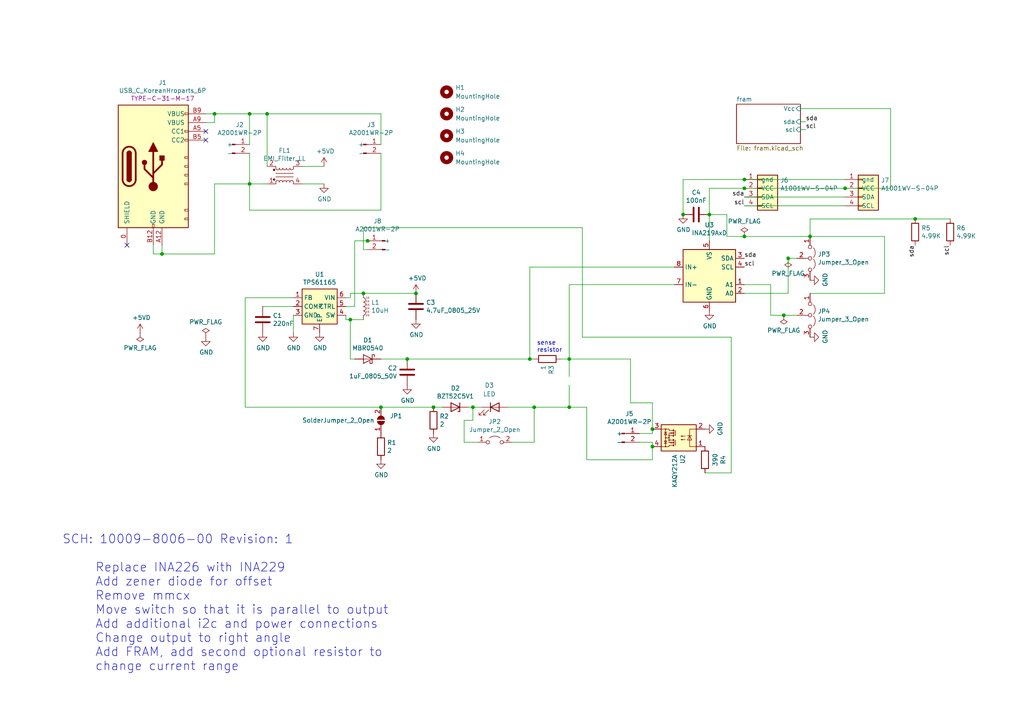
<source format=kicad_sch>
(kicad_sch (version 20230121) (generator eeschema)
  (paper "A4")
  (lib_symbols
    (symbol "0JLC-6:1" (pin_numbers hide) (pin_names (offset 0))
      (property "Reference" "R" (at 2.032 0 90))
      (property "Value" "1" (at 0 0 90))
      (symbol "1_0_1"
        (rectangle (start -1.016 -2.54) (end 1.016 2.54) (stroke (width 0.254)))
      )
      (symbol "1_1_1"
        (pin passive line (at 0 3.81 270) (length 1.27) (name "~") (number "1"))
        (pin passive line (at 0 -3.81 90) (length 1.27) (name "~") (number "2"))
      )
    )
    (symbol "0JLC-6:100nF" (pin_numbers hide) (pin_names (offset 0.254))
      (property "Reference" "C" (at 0.635 2.54 0))
      (property "Value" "100nF" (at 0.635 -2.54 0))
      (symbol "100nF_0_1"
        (polyline (pts (xy -2.032 -0.762) (xy 2.032 -0.762)) (stroke (width 0.508)))
        (polyline (pts (xy -2.032 0.762) (xy 2.032 0.762)) (stroke (width 0.508)))
      )
      (symbol "100nF_1_1"
        (pin passive line (at 0 3.81 270) (length 2.794) (name "~") (number "1"))
        (pin passive line (at 0 -3.81 90) (length 2.794) (name "~") (number "2"))
      )
    )
    (symbol "0JLC-6:10uH_power" (pin_numbers hide) (pin_names (offset 1.016) hide)
      (property "Reference" "L" (at -1.27 0 90))
      (property "Value" "10uH_power" (at 2.794 0 90))
      (symbol "10uH_power_0_1"
        (arc (start 0 -2.54) (mid 0.6323 -1.905) (end 0 -1.27))
        (arc (start 0 -1.27) (mid 0.6323 -0.635) (end 0 0))
        (polyline (pts (xy 1.016 -2.794) (xy 1.016 -2.286)))
        (polyline (pts (xy 1.016 -1.778) (xy 1.016 -1.27)))
        (polyline (pts (xy 1.016 -0.762) (xy 1.016 -0.254)))
        (polyline (pts (xy 1.016 0.254) (xy 1.016 0.762)))
        (polyline (pts (xy 1.016 1.27) (xy 1.016 1.778)))
        (polyline (pts (xy 1.016 2.286) (xy 1.016 2.794)))
        (polyline (pts (xy 1.524 -2.286) (xy 1.524 -2.794)))
        (polyline (pts (xy 1.524 -1.27) (xy 1.524 -1.778)))
        (polyline (pts (xy 1.524 -0.254) (xy 1.524 -0.762)))
        (polyline (pts (xy 1.524 0.762) (xy 1.524 0.254)))
        (polyline (pts (xy 1.524 1.778) (xy 1.524 1.27)))
        (polyline (pts (xy 1.524 2.794) (xy 1.524 2.286)))
        (arc (start 0 0) (mid 0.6323 0.635) (end 0 1.27))
        (arc (start 0 1.27) (mid 0.6323 1.905) (end 0 2.54))
      )
      (symbol "10uH_power_1_1"
        (pin passive line (at 0 3.81 270) (length 1.27) (name "1") (number "1"))
        (pin passive line (at 0 -3.81 90) (length 1.27) (name "2") (number "2"))
      )
    )
    (symbol "0JLC-6:1uF_0805_50V" (pin_numbers hide) (pin_names (offset 0.254))
      (property "Reference" "C" (at 0.635 2.54 0))
      (property "Value" "1uF_0805_50V" (at 0.635 -2.54 0))
      (symbol "1uF_0805_50V_0_1"
        (polyline (pts (xy -2.032 -0.762) (xy 2.032 -0.762)) (stroke (width 0.508)))
        (polyline (pts (xy -2.032 0.762) (xy 2.032 0.762)) (stroke (width 0.508)))
      )
      (symbol "1uF_0805_50V_1_1"
        (pin passive line (at 0 3.81 270) (length 2.794) (name "~") (number "1"))
        (pin passive line (at 0 -3.81 90) (length 2.794) (name "~") (number "2"))
      )
    )
    (symbol "0JLC-6:220nF" (pin_numbers hide) (pin_names (offset 0.254))
      (property "Reference" "C" (at 0.635 2.54 0))
      (property "Value" "220nF" (at 0.635 -2.54 0))
      (symbol "220nF_0_1"
        (polyline (pts (xy -2.032 -0.762) (xy 2.032 -0.762)) (stroke (width 0.508)))
        (polyline (pts (xy -2.032 0.762) (xy 2.032 0.762)) (stroke (width 0.508)))
      )
      (symbol "220nF_1_1"
        (pin passive line (at 0 3.81 270) (length 2.794) (name "~") (number "1"))
        (pin passive line (at 0 -3.81 90) (length 2.794) (name "~") (number "2"))
      )
    )
    (symbol "0JLC-6:390" (pin_numbers hide) (pin_names (offset 0))
      (property "Reference" "R" (at 2.032 0 90))
      (property "Value" "390" (at 0 0 90))
      (symbol "390_0_1"
        (rectangle (start -1.016 -2.54) (end 1.016 2.54) (stroke (width 0.254)))
      )
      (symbol "390_1_1"
        (pin passive line (at 0 3.81 270) (length 1.27) (name "~") (number "1"))
        (pin passive line (at 0 -3.81 90) (length 1.27) (name "~") (number "2"))
      )
    )
    (symbol "0JLC-6:4.7uF_0805_25V" (pin_numbers hide) (pin_names (offset 0.254))
      (property "Reference" "C" (at 0.635 2.54 0))
      (property "Value" "4.7uF_0805_25V" (at 0.635 -2.54 0))
      (symbol "4.7uF_0805_25V_0_1"
        (polyline (pts (xy -2.032 -0.762) (xy 2.032 -0.762)) (stroke (width 0.508)))
        (polyline (pts (xy -2.032 0.762) (xy 2.032 0.762)) (stroke (width 0.508)))
      )
      (symbol "4.7uF_0805_25V_1_1"
        (pin passive line (at 0 3.81 270) (length 2.794) (name "~") (number "1"))
        (pin passive line (at 0 -3.81 90) (length 2.794) (name "~") (number "2"))
      )
    )
    (symbol "0JLC-6:4.99K" (pin_numbers hide) (pin_names (offset 0))
      (property "Reference" "R" (at 2.032 0 90))
      (property "Value" "4.99K" (at 0 0 90))
      (symbol "4.99K_0_1"
        (rectangle (start -1.016 -2.54) (end 1.016 2.54) (stroke (width 0.254)))
      )
      (symbol "4.99K_1_1"
        (pin passive line (at 0 3.81 270) (length 1.27) (name "~") (number "1"))
        (pin passive line (at 0 -3.81 90) (length 1.27) (name "~") (number "2"))
      )
    )
    (symbol "0JLC-6:EMI_Filter_LL_1423_250uH" (pin_names hide)
      (property "Reference" "FL" (at 0 4.445 0))
      (property "Value" "EMI_Filter_LL_1423_250uH" (at 0 -4.445 0))
      (property "LCSC" "C261394" (at 0 0 0))
      (property "Field5" "CYSTF0805TL-251Y" (at 0 0 0))
      (symbol "EMI_Filter_LL_1423_250uH_0_1"
        (circle (center -3.048 -1.27) (radius 0.254) (fill (type outline)))
        (circle (center -3.048 1.524) (radius 0.254) (fill (type outline)))
        (arc (start -2.54 2.032) (mid -2.032 1.5262) (end -1.524 2.032))
        (arc (start -1.524 -2.032) (mid -2.032 -1.5262) (end -2.54 -2.032))
        (arc (start -1.524 2.032) (mid -1.016 1.5262) (end -0.508 2.032))
        (arc (start -0.508 -2.032) (mid -1.016 -1.5262) (end -1.524 -2.032))
        (arc (start -0.508 2.032) (mid 0 1.5262) (end 0.508 2.032))
        (polyline (pts (xy -2.54 -2.032) (xy -2.54 -2.54)))
        (polyline (pts (xy -2.54 0.508) (xy 2.54 0.508)))
        (polyline (pts (xy -2.54 2.032) (xy -2.54 2.54)))
        (polyline (pts (xy 2.54 -2.032) (xy 2.54 -2.54)))
        (polyline (pts (xy 2.54 -0.508) (xy -2.54 -0.508)))
        (polyline (pts (xy 2.54 2.54) (xy 2.54 2.032)))
        (arc (start 0.508 -2.032) (mid 0 -1.5262) (end -0.508 -2.032))
        (arc (start 0.508 2.032) (mid 1.016 1.5262) (end 1.524 2.032))
        (arc (start 1.524 -2.032) (mid 1.016 -1.5262) (end 0.508 -2.032))
        (arc (start 1.524 2.032) (mid 2.032 1.5262) (end 2.54 2.032))
        (arc (start 2.54 -2.032) (mid 2.032 -1.5262) (end 1.524 -2.032))
      )
      (symbol "EMI_Filter_LL_1423_250uH_1_1"
        (pin passive line (at -5.08 -2.54 0) (length 2.54) (name "1") (number "1"))
        (pin passive line (at -5.08 2.54 0) (length 2.54) (name "2") (number "2"))
        (pin passive line (at 5.08 2.54 180) (length 2.54) (name "3") (number "3"))
        (pin passive line (at 5.08 -2.54 180) (length 2.54) (name "4") (number "4"))
      )
    )
    (symbol "0JLC-6:JST-B2B-PH" (pin_names (offset 1.016))
      (property "Reference" "J" (at 0 2.54 0))
      (property "Value" "JST-B2B-PH" (at 0 -5.08 0))
      (symbol "JST-B2B-PH_1_1"
        (polyline (pts (xy 1.27 -2.54) (xy 0.8636 -2.54)) (stroke (width 0.1524)))
        (polyline (pts (xy 1.27 0) (xy 0.8636 0)) (stroke (width 0.1524)))
        (rectangle (start 0.8636 -2.413) (end 0 -2.667) (stroke (width 0.1524)) (fill (type outline)))
        (rectangle (start 0.8636 0.127) (end 0 -0.127) (stroke (width 0.1524)) (fill (type outline)))
        (pin passive line (at 5.08 0 180) (length 3.81) (name "+") (number "1"))
        (pin passive line (at 5.08 -2.54 180) (length 3.81) (name "-") (number "2"))
      )
    )
    (symbol "0JLC-6:JST_SH_Conn_01x04_i2c_horizontal" (pin_names (offset 1.016))
      (property "Reference" "J" (at 0 5.08 0))
      (property "Value" "JST_SH_Conn_01x04_i2c_horizontal" (at 0 -7.62 0))
      (symbol "JST_SH_Conn_01x04_i2c_horizontal_1_1"
        (rectangle (start -1.27 -4.953) (end 0 -5.207) (stroke (width 0.1524)))
        (rectangle (start -1.27 -2.413) (end 0 -2.667) (stroke (width 0.1524)))
        (rectangle (start -1.27 0.127) (end 0 -0.127) (stroke (width 0.1524)))
        (rectangle (start -1.27 2.667) (end 0 2.413) (stroke (width 0.1524)))
        (rectangle (start -1.27 3.81) (end 4.572 -6.35) (stroke (width 0.254)) (fill (type background)))
        (pin passive line (at -5.08 2.54 0) (length 3.81) (name "gnd") (number "1"))
        (pin passive line (at -5.08 0 0) (length 3.81) (name "VCC") (number "2"))
        (pin passive line (at -5.08 -2.54 0) (length 3.81) (name "SDA") (number "3"))
        (pin passive line (at -5.08 -5.08 0) (length 3.81) (name "SCL") (number "4"))
      )
    )
    (symbol "0JLC-6:KAQY212A"
      (property "Reference" "U" (at -5.08 5.08 0))
      (property "Value" "KAQY212A" (at 0 5.08 0))
      (symbol "KAQY212A_0_1"
        (rectangle (start -5.08 3.81) (end 5.08 -3.81) (stroke (width 0.254)) (fill (type background)))
        (polyline (pts (xy -3.81 -0.635) (xy -2.54 -0.635)))
        (polyline (pts (xy 1.016 -0.635) (xy 1.016 -2.159)) (stroke (width 0.2032)))
        (polyline (pts (xy 1.016 2.159) (xy 1.016 0.635)) (stroke (width 0.2032)))
        (polyline (pts (xy 1.524 -0.508) (xy 1.524 -0.762)) (stroke (width 0.3556)))
        (polyline (pts (xy 2.794 0) (xy 3.81 0)))
        (polyline (pts (xy 3.429 -1.651) (xy 4.191 -1.651)))
        (polyline (pts (xy 3.429 1.651) (xy 4.191 1.651)))
        (polyline (pts (xy 3.81 -2.54) (xy 3.81 2.54)))
        (polyline (pts (xy 1.524 -2.032) (xy 1.524 -2.286) (xy 1.524 -2.286)) (stroke (width 0.3556)))
        (polyline (pts (xy 1.524 -1.27) (xy 1.524 -1.524) (xy 1.524 -1.524)) (stroke (width 0.3556)))
        (polyline (pts (xy 1.524 0.762) (xy 1.524 0.508) (xy 1.524 0.508)) (stroke (width 0.3556)))
        (polyline (pts (xy 1.524 1.524) (xy 1.524 1.27) (xy 1.524 1.27)) (stroke (width 0.3556)))
        (polyline (pts (xy 1.524 2.286) (xy 1.524 2.032) (xy 1.524 2.032)) (stroke (width 0.3556)))
        (polyline (pts (xy 1.651 -1.397) (xy 2.794 -1.397) (xy 2.794 -0.635)))
        (polyline (pts (xy 1.651 1.397) (xy 2.794 1.397) (xy 2.794 0.635)))
        (polyline (pts (xy -5.08 2.54) (xy -3.175 2.54) (xy -3.175 -2.54) (xy -5.08 -2.54)))
        (polyline (pts (xy -3.175 -0.635) (xy -3.81 0.635) (xy -2.54 0.635) (xy -3.175 -0.635)))
        (polyline (pts (xy 1.651 -2.159) (xy 2.794 -2.159) (xy 2.794 -2.54) (xy 5.08 -2.54)))
        (polyline (pts (xy 1.651 -0.635) (xy 2.794 -0.635) (xy 2.794 0.635) (xy 1.651 0.635)))
        (polyline (pts (xy 1.651 2.159) (xy 2.794 2.159) (xy 2.794 2.54) (xy 5.08 2.54)))
        (polyline (pts (xy 1.778 -1.397) (xy 2.286 -1.27) (xy 2.286 -1.524) (xy 1.778 -1.397)))
        (polyline (pts (xy 1.778 1.397) (xy 2.286 1.524) (xy 2.286 1.27) (xy 1.778 1.397)))
        (polyline (pts (xy 3.81 -1.651) (xy 3.429 -0.889) (xy 4.191 -0.889) (xy 3.81 -1.651)))
        (polyline (pts (xy 3.81 1.651) (xy 3.429 0.889) (xy 4.191 0.889) (xy 3.81 1.651)))
        (polyline (pts (xy -1.905 -0.508) (xy -0.635 -0.508) (xy -1.016 -0.635) (xy -1.016 -0.381) (xy -0.635 -0.508)))
        (polyline (pts (xy -1.905 0.508) (xy -0.635 0.508) (xy -1.016 0.381) (xy -1.016 0.635) (xy -0.635 0.508)))
        (circle (center 2.794 -0.635) (radius 0.127))
        (circle (center 2.794 0) (radius 0.127))
        (circle (center 2.794 0.635) (radius 0.127))
        (circle (center 3.81 -2.54) (radius 0.127))
        (circle (center 3.81 0) (radius 0.127))
        (circle (center 3.81 2.54) (radius 0.127))
      )
      (symbol "KAQY212A_1_1"
        (pin passive line (at -7.62 2.54 0) (length 2.54) (name "~") (number "1"))
        (pin passive line (at -7.62 -2.54 0) (length 2.54) (name "~") (number "2"))
        (pin passive line (at 7.62 -2.54 180) (length 2.54) (name "~") (number "3"))
        (pin passive line (at 7.62 2.54 180) (length 2.54) (name "~") (number "4"))
      )
    )
    (symbol "0JLC-6:MBR0540" (pin_numbers hide) (pin_names (offset 1.016) hide)
      (property "Reference" "D" (at 0 2.54 0))
      (property "Value" "MBR0540" (at 0 -2.54 0))
      (symbol "MBR0540_0_1"
        (polyline (pts (xy 1.27 0) (xy -1.27 0)))
        (polyline (pts (xy 1.27 1.27) (xy 1.27 -1.27) (xy -1.27 0) (xy 1.27 1.27)) (stroke (width 0.2032)))
        (polyline (pts (xy -1.905 0.635) (xy -1.905 1.27) (xy -1.27 1.27) (xy -1.27 -1.27) (xy -0.635 -1.27) (xy -0.635 -0.635)) (stroke (width 0.2032)))
      )
      (symbol "MBR0540_1_1"
        (pin passive line (at -3.81 0 0) (length 2.54) (name "K") (number "1"))
        (pin passive line (at 3.81 0 180) (length 2.54) (name "A") (number "2"))
      )
    )
    (symbol "0JLC-6:TPS61165_WSON"
      (property "Reference" "U" (at -5.08 6.35 0))
      (property "Value" "TPS61165_WSON" (at 0 6.35 0))
      (symbol "TPS61165_WSON_0_1"
        (rectangle (start -5.08 5.08) (end 5.08 -5.08) (stroke (width 0.254)) (fill (type background)))
      )
      (symbol "TPS61165_WSON_1_1"
        (pin bidirectional line (at -7.62 2.54 0) (length 2.54) (name "FB") (number "1"))
        (pin passive line (at -7.62 0 0) (length 2.54) (name "COMP") (number "2"))
        (pin power_in line (at -7.62 -2.54 0) (length 2.54) (name "GND") (number "3"))
        (pin bidirectional line (at 7.62 -2.54 180) (length 2.54) (name "SW") (number "4"))
        (pin input line (at 7.62 0 180) (length 2.54) (name "CTRL") (number "5"))
        (pin input line (at 7.62 2.54 180) (length 2.54) (name "VIN") (number "6"))
        (pin power_in line (at 0 -7.62 90) (length 2.54) (name "EP") (number "7"))
      )
    )
    (symbol "0JLC-6:USB_C_KoreanHroparts_6P" (pin_names (offset 1.016))
      (property "Reference" "J" (at -10.16 19.05 0))
      (property "Value" "USB_C_KoreanHroparts_6P" (at 19.05 19.05 0))
      (property "MPN" "TYPE-C-31-M-17" (at 0 0 0))
      (symbol "USB_C_KoreanHroparts_6P_0_0"
        (rectangle (start -0.254 -17.78) (end 0.254 -16.764))
        (rectangle (start 10.16 -14.986) (end 9.144 -15.494))
        (rectangle (start 10.16 -12.446) (end 9.144 -12.954))
        (rectangle (start 10.16 -4.826) (end 9.144 -5.334))
        (rectangle (start 10.16 -2.286) (end 9.144 -2.794))
        (rectangle (start 10.16 0.254) (end 9.144 -0.254))
        (rectangle (start 10.16 2.794) (end 9.144 2.286))
        (rectangle (start 10.16 7.874) (end 9.144 7.366))
        (rectangle (start 10.16 10.414) (end 9.144 9.906))
        (rectangle (start 10.16 15.494) (end 9.144 14.986))
      )
      (symbol "USB_C_KoreanHroparts_6P_0_1"
        (rectangle (start -10.16 17.78) (end 10.16 -17.78) (stroke (width 0.254)) (fill (type background)))
        (arc (start -8.89 -3.81) (mid -6.985 -5.7067) (end -5.08 -3.81) (stroke (width 0.508)))
        (arc (start -7.62 -3.81) (mid -6.985 -4.4423) (end -6.35 -3.81) (stroke (width 0.254)))
        (arc (start -7.62 -3.81) (mid -6.985 -4.4423) (end -6.35 -3.81) (stroke (width 0.254)) (fill (type outline)))
        (rectangle (start -7.62 -3.81) (end -6.35 3.81) (stroke (width 0.254)) (fill (type outline)))
        (arc (start -6.35 3.81) (mid -6.985 4.4423) (end -7.62 3.81) (stroke (width 0.254)))
        (arc (start -6.35 3.81) (mid -6.985 4.4423) (end -7.62 3.81) (stroke (width 0.254)) (fill (type outline)))
        (arc (start -5.08 3.81) (mid -6.985 5.7067) (end -8.89 3.81) (stroke (width 0.508)))
        (circle (center -2.54 1.143) (radius 0.635) (stroke (width 0.254)) (fill (type outline)))
        (circle (center 0 -5.842) (radius 1.27) (fill (type outline)))
        (polyline (pts (xy -8.89 -3.81) (xy -8.89 3.81)) (stroke (width 0.508)))
        (polyline (pts (xy -5.08 3.81) (xy -5.08 -3.81)) (stroke (width 0.508)))
        (polyline (pts (xy 0 -5.842) (xy 0 4.318)) (stroke (width 0.508)))
        (polyline (pts (xy 0 -3.302) (xy -2.54 -0.762) (xy -2.54 0.508)) (stroke (width 0.508)))
        (polyline (pts (xy 0 -2.032) (xy 2.54 0.508) (xy 2.54 1.778)) (stroke (width 0.508)))
        (polyline (pts (xy -1.27 4.318) (xy 0 6.858) (xy 1.27 4.318) (xy -1.27 4.318)) (stroke (width 0.254)) (fill (type outline)))
        (rectangle (start 1.905 1.778) (end 3.175 3.048) (stroke (width 0.254)) (fill (type outline)))
      )
      (symbol "USB_C_KoreanHroparts_6P_1_1"
        (pin passive line (at -7.62 -22.86 90) (length 5.08) (name "SHIELD") (number "0"))
        (pin passive line (at 2.54 -22.86 90) (length 5.08) (name "GND") (number "A12"))
        (pin bidirectional line (at 15.24 10.16 180) (length 5.08) (name "CC1") (number "A5"))
        (pin power_out line (at 15.24 12.7 180) (length 5.08) (name "VBUS") (number "A9"))
        (pin passive line (at 0 -22.86 90) (length 5.08) (name "GND") (number "B12"))
        (pin bidirectional line (at 15.24 7.62 180) (length 5.08) (name "CC2") (number "B5"))
        (pin power_out line (at 15.24 15.24 180) (length 5.08) (name "VBUS") (number "B9"))
      )
    )
    (symbol "Analog_ADC:INA219AxD"
      (property "Reference" "U" (at -6.35 8.89 0))
      (property "Value" "INA219AxD" (at 5.08 8.89 0))
      (symbol "INA219AxD_0_1"
        (rectangle (start -7.62 7.62) (end 7.62 -7.62) (stroke (width 0.254)) (fill (type background)))
      )
      (symbol "INA219AxD_1_1"
        (pin input line (at 10.16 -2.54 180) (length 2.54) (name "A1") (number "1"))
        (pin input line (at 10.16 -5.08 180) (length 2.54) (name "A0") (number "2"))
        (pin bidirectional line (at 10.16 5.08 180) (length 2.54) (name "SDA") (number "3"))
        (pin input line (at 10.16 2.54 180) (length 2.54) (name "SCL") (number "4"))
        (pin power_in line (at 0 10.16 270) (length 2.54) (name "VS") (number "5"))
        (pin power_in line (at 0 -10.16 90) (length 2.54) (name "GND") (number "6"))
        (pin input line (at -10.16 -2.54 0) (length 2.54) (name "IN-") (number "7"))
        (pin input line (at -10.16 2.54 0) (length 2.54) (name "IN+") (number "8"))
      )
    )
    (symbol "Device:LED" (pin_numbers hide) (pin_names (offset 1.016) hide)
      (property "Reference" "D" (at 0 2.54 0))
      (property "Value" "LED" (at 0 -2.54 0))
      (symbol "LED_0_1"
        (polyline (pts (xy -1.27 -1.27) (xy -1.27 1.27)) (stroke (width 0.254)))
        (polyline (pts (xy -1.27 0) (xy 1.27 0)))
        (polyline (pts (xy 1.27 -1.27) (xy 1.27 1.27) (xy -1.27 0) (xy 1.27 -1.27)) (stroke (width 0.254)))
        (polyline (pts (xy -3.048 -0.762) (xy -4.572 -2.286) (xy -3.81 -2.286) (xy -4.572 -2.286) (xy -4.572 -1.524)))
        (polyline (pts (xy -1.778 -0.762) (xy -3.302 -2.286) (xy -2.54 -2.286) (xy -3.302 -2.286) (xy -3.302 -1.524)))
      )
      (symbol "LED_1_1"
        (pin passive line (at -3.81 0 0) (length 2.54) (name "K") (number "1"))
        (pin passive line (at 3.81 0 180) (length 2.54) (name "A") (number "2"))
      )
    )
    (symbol "Diode:BZT52Bxx" (pin_numbers hide) (pin_names hide)
      (property "Reference" "D" (at 0 2.54 0))
      (property "Value" "BZT52Bxx" (at 0 -2.54 0))
      (symbol "BZT52Bxx_0_1"
        (polyline (pts (xy 1.27 0) (xy -1.27 0)))
        (polyline (pts (xy -1.27 -1.27) (xy -1.27 1.27) (xy -0.762 1.27)) (stroke (width 0.254)))
        (polyline (pts (xy 1.27 -1.27) (xy 1.27 1.27) (xy -1.27 0) (xy 1.27 -1.27)) (stroke (width 0.254)))
      )
      (symbol "BZT52Bxx_1_1"
        (pin passive line (at -3.81 0 0) (length 2.54) (name "K") (number "1"))
        (pin passive line (at 3.81 0 180) (length 2.54) (name "A") (number "2"))
      )
    )
    (symbol "Jumper:Jumper_2_Open" (pin_names (offset 0) hide)
      (property "Reference" "JP" (at 0 2.794 0))
      (property "Value" "Jumper_2_Open" (at 0 -2.286 0))
      (symbol "Jumper_2_Open_0_0"
        (circle (center -2.032 0) (radius 0.508))
        (circle (center 2.032 0) (radius 0.508))
      )
      (symbol "Jumper_2_Open_0_1"
        (arc (start 1.524 1.27) (mid 0 1.778) (end -1.524 1.27))
      )
      (symbol "Jumper_2_Open_1_1"
        (pin passive line (at -5.08 0 0) (length 2.54) (name "A") (number "1"))
        (pin passive line (at 5.08 0 180) (length 2.54) (name "B") (number "2"))
      )
    )
    (symbol "Jumper:Jumper_3_Open" (pin_names (offset 0) hide)
      (property "Reference" "JP" (at -2.54 -2.54 0))
      (property "Value" "Jumper_3_Open" (at 0 2.794 0))
      (symbol "Jumper_3_Open_0_0"
        (circle (center -3.302 0) (radius 0.508))
        (circle (center 0 0) (radius 0.508))
        (circle (center 3.302 0) (radius 0.508))
      )
      (symbol "Jumper_3_Open_0_1"
        (arc (start -0.254 1.016) (mid -1.651 1.4992) (end -3.048 1.016))
        (polyline (pts (xy 0 -0.508) (xy 0 -1.27)))
        (arc (start 3.048 1.016) (mid 1.651 1.4992) (end 0.254 1.016))
      )
      (symbol "Jumper_3_Open_1_1"
        (pin passive line (at -6.35 0 0) (length 2.54) (name "A") (number "1"))
        (pin passive line (at 0 -3.81 90) (length 2.54) (name "C") (number "2"))
        (pin passive line (at 6.35 0 180) (length 2.54) (name "B") (number "3"))
      )
    )
    (symbol "Jumper:SolderJumper_2_Open" (pin_names (offset 0) hide)
      (property "Reference" "JP" (at 0 2.032 0))
      (property "Value" "SolderJumper_2_Open" (at 0 -2.54 0))
      (symbol "SolderJumper_2_Open_0_1"
        (arc (start -0.254 1.016) (mid -1.2656 0) (end -0.254 -1.016))
        (arc (start -0.254 1.016) (mid -1.2656 0) (end -0.254 -1.016) (fill (type outline)))
        (polyline (pts (xy -0.254 1.016) (xy -0.254 -1.016)))
        (polyline (pts (xy 0.254 1.016) (xy 0.254 -1.016)))
        (arc (start 0.254 -1.016) (mid 1.2656 0) (end 0.254 1.016))
        (arc (start 0.254 -1.016) (mid 1.2656 0) (end 0.254 1.016) (fill (type outline)))
      )
      (symbol "SolderJumper_2_Open_1_1"
        (pin passive line (at -3.81 0 0) (length 2.54) (name "A") (number "1"))
        (pin passive line (at 3.81 0 180) (length 2.54) (name "B") (number "2"))
      )
    )
    (symbol "Mechanical:MountingHole" (pin_names (offset 1.016))
      (property "Reference" "H" (at 0 5.08 0))
      (property "Value" "MountingHole" (at 0 3.175 0))
      (symbol "MountingHole_0_1"
        (circle (center 0 0) (radius 1.27) (stroke (width 1.27)))
      )
    )
    (symbol "power:+5VD" (power) (pin_names (offset 0))
      (property "Value" "+5VD" (at 0 3.556 0))
      (symbol "+5VD_0_1"
        (polyline (pts (xy -0.762 1.27) (xy 0 2.54)))
        (polyline (pts (xy 0 0) (xy 0 2.54)))
        (polyline (pts (xy 0 2.54) (xy 0.762 1.27)))
      )
      (symbol "+5VD_1_1"
        (pin power_in line (at 0 0 90) (length 0) hide (name "+5VD") (number "1"))
      )
    )
    (symbol "power:GND" (power) (pin_names (offset 0))
      (property "Value" "GND" (at 0 -3.81 0))
      (symbol "GND_0_1"
        (polyline (pts (xy 0 0) (xy 0 -1.27) (xy 1.27 -1.27) (xy 0 -2.54) (xy -1.27 -1.27) (xy 0 -1.27)))
      )
      (symbol "GND_1_1"
        (pin power_in line (at 0 0 270) (length 0) hide (name "GND") (number "1"))
      )
    )
    (symbol "power:PWR_FLAG" (power) (pin_numbers hide) (pin_names (offset 0) hide)
      (property "Value" "PWR_FLAG" (at 0 3.81 0))
      (symbol "PWR_FLAG_0_0"
        (pin power_out line (at 0 0 90) (length 0) (name "pwr") (number "1"))
      )
      (symbol "PWR_FLAG_0_1"
        (polyline (pts (xy 0 0) (xy 0 1.27) (xy -1.016 1.905) (xy 0 2.54) (xy 1.016 1.905) (xy 0 1.27)))
      )
    )
  )
  (junction (at 72.39 33.02))
  (junction (at 215.9 68.58))
  (junction (at 165.1 118.11))
  (junction (at 137.16 118.11))
  (junction (at 165.1 104.14))
  (junction (at 234.95 68.58))
  (junction (at 154.94 118.11))
  (junction (at 105.41 85.09))
  (junction (at 72.39 53.34))
  (junction (at 189.23 129.54))
  (junction (at 228.6 74.93))
  (junction (at 215.9 54.61))
  (junction (at 227.33 91.44))
  (junction (at 101.6 92.71))
  (junction (at 77.47 33.02))
  (junction (at 62.23 33.02))
  (junction (at 205.74 62.23))
  (junction (at 120.65 85.09))
  (junction (at 198.12 62.23))
  (junction (at 110.49 118.11))
  (junction (at 189.23 124.46))
  (junction (at 46.99 73.66))
  (junction (at 215.9 52.07))
  (junction (at 118.11 104.14))
  (junction (at 125.73 118.11))
  (junction (at 245.11 54.61))
  (junction (at 153.67 104.14))
  (junction (at 106.6292 69.85))
  (junction (at 265.43 63.5))
  (no_connect (at 59.69 38.1))
  (no_connect (at 36.83 71.12))
  (no_connect (at 59.69 40.64))
  (wire (pts (xy 223.52 91.44) (xy 223.52 82.55)))
  (wire (pts (xy 125.73 118.11) (xy 128.27 118.11)))
  (wire (pts (xy 153.67 77.47) (xy 153.67 104.14)))
  (wire (pts (xy 170.18 118.11) (xy 165.1 118.11)))
  (wire (pts (xy 182.88 116.84) (xy 182.88 104.14)))
  (wire (pts (xy 105.41 72.39) (xy 105.41 66.04)))
  (wire (pts (xy 162.56 104.14) (xy 165.1 104.14)))
  (wire (pts (xy 223.52 82.55) (xy 215.9 82.55)))
  (wire (pts (xy 165.1 111.76) (xy 165.1 118.11)))
  (wire (pts (xy 72.39 33.02) (xy 77.47 33.02)))
  (wire (pts (xy 100.33 91.44) (xy 100.33 92.71)))
  (wire (pts (xy 72.39 60.96) (xy 72.39 53.34)))
  (wire (pts (xy 110.49 44.45) (xy 110.49 60.96)))
  (wire (pts (xy 102.87 69.85) (xy 102.87 88.9)))
  (wire (pts (xy 101.6 86.36) (xy 101.6 85.09)))
  (wire (pts (xy 85.09 86.36) (xy 71.12 86.36)))
  (wire (pts (xy 215.9 54.61) (xy 245.11 54.61)))
  (wire (pts (xy 87.63 48.26) (xy 93.98 48.26)))
  (wire (pts (xy 215.9 59.69) (xy 245.11 59.69)))
  (wire (pts (xy 118.11 104.14) (xy 153.67 104.14)))
  (wire (pts (xy 77.47 33.02) (xy 77.47 48.26)))
  (wire (pts (xy 154.94 128.27) (xy 154.94 118.11)))
  (wire (pts (xy 148.59 128.27) (xy 154.94 128.27)))
  (wire (pts (xy 232.156 31.496) (xy 258.318 31.496)))
  (wire (pts (xy 100.33 86.36) (xy 101.6 86.36)))
  (wire (pts (xy 46.99 73.66) (xy 62.23 73.66)))
  (wire (pts (xy 165.1 109.22) (xy 165.1 104.14)))
  (wire (pts (xy 137.16 121.92) (xy 137.16 118.11)))
  (wire (pts (xy 135.89 118.11) (xy 137.16 118.11)))
  (wire (pts (xy 118.11 104.14) (xy 110.49 104.14)))
  (wire (pts (xy 105.41 72.39) (xy 106.6292 72.39)))
  (wire (pts (xy 62.23 33.02) (xy 72.39 33.02)))
  (wire (pts (xy 105.41 66.04) (xy 168.91 66.04)))
  (wire (pts (xy 168.91 97.79) (xy 168.91 66.04)))
  (wire (pts (xy 110.49 60.96) (xy 72.39 60.96)))
  (wire (pts (xy 110.49 33.02) (xy 77.47 33.02)))
  (wire (pts (xy 215.9 68.58) (xy 210.82 68.58)))
  (wire (pts (xy 62.23 35.56) (xy 62.23 33.02)))
  (wire (pts (xy 212.09 137.16) (xy 212.09 97.79)))
  (wire (pts (xy 198.12 52.07) (xy 215.9 52.07)))
  (wire (pts (xy 185.42 128.27) (xy 189.23 128.27)))
  (wire (pts (xy 215.9 52.07) (xy 245.11 52.07)))
  (wire (pts (xy 232.156 37.592) (xy 233.68 37.592)))
  (wire (pts (xy 228.6 74.93) (xy 231.14 74.93)))
  (wire (pts (xy 215.9 54.61) (xy 205.74 54.61)))
  (wire (pts (xy 153.67 104.14) (xy 154.94 104.14)))
  (wire (pts (xy 189.23 128.27) (xy 189.23 129.54)))
  (wire (pts (xy 102.87 69.85) (xy 106.6292 69.85)))
  (wire (pts (xy 154.94 118.11) (xy 165.1 118.11)))
  (wire (pts (xy 106.6292 69.85) (xy 106.68 69.85)))
  (wire (pts (xy 228.6 85.09) (xy 215.9 85.09)))
  (wire (pts (xy 198.12 52.07) (xy 198.12 62.23)))
  (wire (pts (xy 71.12 118.11) (xy 110.49 118.11)))
  (wire (pts (xy 205.74 54.61) (xy 205.74 62.23)))
  (wire (pts (xy 87.63 53.34) (xy 93.98 53.34)))
  (wire (pts (xy 189.23 129.54) (xy 189.23 133.35)))
  (wire (pts (xy 138.43 128.27) (xy 134.62 128.27)))
  (wire (pts (xy 234.95 68.58) (xy 215.9 68.58)))
  (wire (pts (xy 44.45 73.66) (xy 46.99 73.66)))
  (wire (pts (xy 227.33 91.44) (xy 223.52 91.44)))
  (wire (pts (xy 170.18 133.35) (xy 170.18 118.11)))
  (wire (pts (xy 153.67 77.47) (xy 195.58 77.47)))
  (wire (pts (xy 101.6 92.71) (xy 105.41 92.71)))
  (wire (pts (xy 85.09 91.44) (xy 85.09 96.52)))
  (wire (pts (xy 62.23 53.34) (xy 72.39 53.34)))
  (wire (pts (xy 210.82 62.23) (xy 205.74 62.23)))
  (wire (pts (xy 245.11 54.61) (xy 258.318 54.61)))
  (wire (pts (xy 185.42 125.73) (xy 189.23 125.73)))
  (wire (pts (xy 195.58 82.55) (xy 165.1 82.55)))
  (wire (pts (xy 232.156 35.306) (xy 233.68 35.306)))
  (wire (pts (xy 189.23 133.35) (xy 170.18 133.35)))
  (wire (pts (xy 227.33 91.44) (xy 231.14 91.44)))
  (wire (pts (xy 265.43 63.5) (xy 234.95 63.5)))
  (wire (pts (xy 72.39 41.91) (xy 72.39 33.02)))
  (wire (pts (xy 101.6 104.14) (xy 102.87 104.14)))
  (wire (pts (xy 275.59 63.5) (xy 265.43 63.5)))
  (wire (pts (xy 189.23 125.73) (xy 189.23 124.46)))
  (wire (pts (xy 228.6 74.93) (xy 228.6 85.09)))
  (wire (pts (xy 165.1 104.14) (xy 182.88 104.14)))
  (wire (pts (xy 101.6 92.71) (xy 101.6 104.14)))
  (wire (pts (xy 189.23 116.84) (xy 182.88 116.84)))
  (wire (pts (xy 134.62 128.27) (xy 134.62 121.92)))
  (wire (pts (xy 204.47 137.16) (xy 212.09 137.16)))
  (wire (pts (xy 85.09 88.9) (xy 76.2 88.9)))
  (wire (pts (xy 120.65 85.09) (xy 105.41 85.09)))
  (wire (pts (xy 210.82 68.58) (xy 210.82 62.23)))
  (wire (pts (xy 147.32 118.11) (xy 154.94 118.11)))
  (wire (pts (xy 101.6 85.09) (xy 105.41 85.09)))
  (wire (pts (xy 71.12 86.36) (xy 71.12 118.11)))
  (wire (pts (xy 137.16 118.11) (xy 139.7 118.11)))
  (wire (pts (xy 189.23 124.46) (xy 189.23 116.84)))
  (wire (pts (xy 110.49 118.11) (xy 125.73 118.11)))
  (wire (pts (xy 59.69 35.56) (xy 62.23 35.56)))
  (wire (pts (xy 205.74 62.23) (xy 205.74 69.85)))
  (wire (pts (xy 256.54 85.09) (xy 256.54 68.58)))
  (wire (pts (xy 62.23 73.66) (xy 62.23 53.34)))
  (wire (pts (xy 72.39 44.45) (xy 72.39 53.34)))
  (wire (pts (xy 72.39 53.34) (xy 77.47 53.34)))
  (wire (pts (xy 234.95 63.5) (xy 234.95 68.58)))
  (wire (pts (xy 165.1 82.55) (xy 165.1 104.14)))
  (wire (pts (xy 215.9 57.15) (xy 245.11 57.15)))
  (wire (pts (xy 59.69 33.02) (xy 62.23 33.02)))
  (wire (pts (xy 110.49 41.91) (xy 110.49 33.02)))
  (wire (pts (xy 256.54 68.58) (xy 234.95 68.58)))
  (wire (pts (xy 100.33 92.71) (xy 101.6 92.71)))
  (wire (pts (xy 134.62 121.92) (xy 137.16 121.92)))
  (wire (pts (xy 234.95 85.09) (xy 256.54 85.09)))
  (wire (pts (xy 46.99 73.66) (xy 46.99 71.12)))
  (wire (pts (xy 44.45 71.12) (xy 44.45 73.66)))
  (wire (pts (xy 100.33 88.9) (xy 102.87 88.9)))
  (wire (pts (xy 212.09 97.79) (xy 168.91 97.79)))
  (wire (pts (xy 258.318 31.496) (xy 258.318 54.61)))
  (text "SCH: 10009-8006-00 Revision: 1\n\n	Replace INA226 with INA229\n	Add zener diode for offset\n	Remove mmcx\n	Move switch so that it is parallel to output\n	Add additional i2c and power connections\n	Change output to right angle\n	Add FRAM, add second optional resistor to \n	change current range \n" (at 18.034 194.818 0) (effects (font (size 2.54 2.54)) (justify left bottom)))
  (text "sense\nresistor\n" (at 155.702 102.362 0) (effects (font (size 1.27 1.27)) (justify left bottom)))
  (label "scl" (at 233.68 37.592 0))
  (label "scl" (at 215.9 77.47 0))
  (label "scl" (at 275.59 71.12 270))
  (label "sda" (at 215.9 57.15 180))
  (label "sda" (at 233.68 35.306 0))
  (label "sda" (at 215.9 74.93 0))
  (label "scl" (at 215.9 59.69 180))
  (label "sda" (at 265.43 71.12 270))
  (symbol (lib_id "0JLC-6:TPS61165_WSON") (at 92.71 88.9 0) (unit 1)
    (property "Reference" "U1" (at 92.71 79.5782 0))
    (property "Value" "TPS61165" (at 92.71 81.8896 0))
    (property "Footprint" "Package_SON:WSON-6-1EP_2x2mm_P0.65mm_EP1x1.6mm" (effects hide))
    (property "Datasheet" "http://www.ti.com/lit/ds/symlink/tps61040.pdf" (effects hide))
    (property "LCSC" "C122568" (effects hide))
    (property "MPN" "TPS61165DRVR" (effects hide))
  )
  (symbol (lib_id "0JLC-6:10uH_power") (at 105.41 88.9 0) (unit 1)
    (property "Reference" "L1" (at 107.6452 87.7316 0) (effects (justify left)))
    (property "Value" "10uH" (at 107.6452 90.043 0) (effects (justify left)))
    (property "Footprint" "0my_footprints:IND-SMD_L4.7-W4.7" (effects hide))
    (property "LCSC" "C89448" (effects hide))
    (property "MPN" "VLCF5020T-100M1R1-1" (effects hide))
    (property "ALT" "C89448, VLCF5020T-100M1R1-1" (effects hide))
    (property "ORIG" "CDRH4D22HPNP-100MC: C212280" (effects hide))
  )
  (symbol (lib_id "0JLC-6:MBR0540") (at 106.68 104.14 0) (mirror y) (unit 1)
    (property "Reference" "D1" (at 106.68 98.6536 0))
    (property "Value" "MBR0540" (at 106.68 100.965 0))
    (property "Footprint" "Diode_SMD:D_SOD-123" (effects hide))
    (property "Datasheet" "www.st.com/resource/en/datasheet/bat48.pdf" (effects hide))
    (property "LCSC" "C21353" (effects hide))
    (property "MPN" "MBR0540T1G" (effects hide))
  )
  (symbol (lib_id "0JLC-6:1uF_0805_50V") (at 118.11 107.95 0) (mirror y) (unit 1)
    (property "Reference" "C2" (at 115.189 106.7816 0) (effects (justify left)))
    (property "Value" "1uF_0805_50V" (at 115.189 109.093 0) (effects (justify left)))
    (property "Footprint" "Capacitor_SMD:C_0805_2012Metric_Pad1.18x1.45mm_HandSolder" (effects hide))
    (property "LCSC" "C28323" (effects hide))
    (property "MPN" "CL21B105KBFNNNE" (effects hide))
  )
  (symbol (lib_id "0JLC-6:4.7uF_0805_25V") (at 120.65 88.9 0) (unit 1)
    (property "Reference" "C3" (at 123.571 87.7316 0) (effects (justify left)))
    (property "Value" "4.7uF_0805_25V" (at 123.571 90.043 0) (effects (justify left)))
    (property "Footprint" "Capacitor_SMD:C_0805_2012Metric_Pad1.18x1.45mm_HandSolder" (effects hide))
    (property "LCSC" "C354262" (effects hide))
    (property "MPN" "CC0805KKX7R8BB475" (effects hide))
  )
  (symbol (lib_id "0JLC-6:220nF") (at 76.2 92.71 0) (unit 1)
    (property "Reference" "C1" (at 79.121 91.5416 0) (effects (justify left)))
    (property "Value" "220nF" (at 79.121 93.853 0) (effects (justify left)))
    (property "Footprint" "Capacitor_SMD:C_0603_1608Metric_Pad1.08x0.95mm_HandSolder" (effects hide))
    (property "LCSC" "C21120" (effects hide))
    (property "MPN" "CL10B224KA8NNNC" (effects hide))
  )
  (symbol (lib_id "power:GND") (at 59.69 97.79 0) (unit 1)
    (property "Reference" "#PWR02" (effects hide))
    (property "Value" "GND" (at 59.817 102.1842 0))
  )
  (symbol (lib_id "power:PWR_FLAG") (at 59.69 97.79 0) (unit 1)
    (property "Reference" "#FLG02" (effects hide))
    (property "Value" "PWR_FLAG" (at 59.69 93.3958 0))
  )
  (symbol (lib_id "power:+5VD") (at 40.64 96.52 0) (unit 1)
    (property "Reference" "#PWR01" (effects hide))
    (property "Value" "+5VD" (at 41.021 92.1258 0))
  )
  (symbol (lib_id "power:PWR_FLAG") (at 40.64 96.52 180) (unit 1)
    (property "Reference" "#FLG01" (effects hide))
    (property "Value" "PWR_FLAG" (at 40.64 100.9142 0))
  )
  (symbol (lib_id "power:+5VD") (at 120.65 85.09 0) (unit 1)
    (property "Reference" "#PWR011" (effects hide))
    (property "Value" "+5VD" (at 121.031 80.6958 0))
  )
  (symbol (lib_id "power:GND") (at 120.65 92.71 0) (unit 1)
    (property "Reference" "#PWR012" (effects hide))
    (property "Value" "GND" (at 120.777 97.1042 0))
  )
  (symbol (lib_id "power:GND") (at 76.2 96.52 0) (unit 1)
    (property "Reference" "#PWR03" (effects hide))
    (property "Value" "GND" (at 76.327 100.9142 0))
  )
  (symbol (lib_id "power:GND") (at 92.71 96.52 0) (unit 1)
    (property "Reference" "#PWR05" (effects hide))
    (property "Value" "GND" (at 92.837 100.9142 0))
  )
  (symbol (lib_id "power:GND") (at 85.09 96.52 0) (unit 1)
    (property "Reference" "#PWR04" (effects hide))
    (property "Value" "GND" (at 85.217 100.9142 0))
  )
  (symbol (lib_id "power:GND") (at 118.11 111.76 0) (unit 1)
    (property "Reference" "#PWR010" (effects hide))
    (property "Value" "GND" (at 118.237 116.1542 0))
  )
  (symbol (lib_id "0JLC-6:1") (at 125.73 121.92 0) (unit 1)
    (property "Reference" "R2" (at 127.508 120.7516 0) (effects (justify left)))
    (property "Value" "2" (at 127.508 123.063 0) (effects (justify left)))
    (property "Footprint" "Resistor_SMD:R_0603_1608Metric_Pad0.98x0.95mm_HandSolder" (effects hide))
    (property "LCSC" "C22977" (effects hide))
    (property "MPN" "0603WAF200KT5E" (effects hide))
  )
  (symbol (lib_id "power:GND") (at 125.73 125.73 0) (unit 1)
    (property "Reference" "#PWR013" (effects hide))
    (property "Value" "GND" (at 125.857 130.1242 0))
  )
  (symbol (lib_id "0JLC-6:USB_C_KoreanHroparts_6P") (at 44.45 48.26 0) (unit 1)
    (property "Reference" "J1" (at 47.1678 23.9522 0))
    (property "Value" "USB_C_KoreanHroparts_6P" (at 47.1678 26.2636 0))
    (property "Footprint" "0my_footprints6:USB-C-KoreanHroparts" (effects hide))
    (property "LCSC" "C283540" (effects hide))
    (property "MPN" "TYPE-C-31-M-17" (at 47.1678 28.575 0))
  )
  (symbol (lib_id "0JLC-6:EMI_Filter_LL_1423_250uH") (at 82.55 50.8 0) (unit 1)
    (property "Reference" "FL1" (at 82.55 43.6626 0))
    (property "Value" "EMI_Filter_LL" (at 82.55 45.974 0))
    (property "Footprint" "0my_footprints6:LL_FILTER-SMD_4P-L9.2-W6.0-TL" (effects hide))
    (property "Datasheet" "http://www.murata.com/~/media/webrenewal/support/library/catalog/products/emc/emifil/c30e.ashx?la=en-gb" (effects hide))
    (property "LCSC" "C261397" (effects hide))
    (property "MPN" "CYSCM0905RTL-501" (effects hide))
  )
  (symbol (lib_id "power:+5VD") (at 93.98 48.26 0) (unit 1)
    (property "Reference" "#PWR06" (effects hide))
    (property "Value" "+5VD" (at 94.361 43.8658 0))
  )
  (symbol (lib_id "power:GND") (at 93.98 53.34 0) (unit 1)
    (property "Reference" "#PWR07" (effects hide))
    (property "Value" "GND" (at 94.107 57.7342 0))
  )
  (symbol (lib_id "0JLC-6:JST-B2B-PH") (at 67.31 41.91 0) (unit 1)
    (property "Reference" "J2" (at 69.5198 36.195 0))
    (property "Value" "A2001WR-2P" (at 69.5198 38.5064 0))
    (property "Footprint" "Connector_JST:JST_PH_S2B-PH-K_1x02_P2.00mm_Horizontal" (effects hide))
  )
  (symbol (lib_id "0JLC-6:JST-B2B-PH") (at 180.34 125.73 0) (unit 1)
    (property "Reference" "J5" (at 182.5498 120.015 0))
    (property "Value" "A2001WR-2P" (at 182.5498 122.3264 0))
    (property "Footprint" "Connector_JST:JST_PH_S2B-PH-K_1x02_P2.00mm_Horizontal" (effects hide))
  )
  (symbol (lib_id "0JLC-6:KAQY212A") (at 196.85 127 180) (unit 1)
    (property "Reference" "U2" (at 198.0184 131.7752 90) (effects (justify left)))
    (property "Value" "KAQY212A" (at 195.707 131.7752 90) (effects (justify left)))
    (property "Footprint" "0my_footprints:SMD-4_L4.6-W6.4-P2.54-LS10.0-BR" (effects hide))
    (property "Datasheet" "https://datasheet.lcsc.com/lcsc/1811151652_Cosmo-Electronics-KAQY212A_C194713.pdf" (effects hide))
    (property "LCSC" "C194713" (effects hide))
    (property "MPN" "KAQY212A" (effects hide))
  )
  (symbol (lib_id "0JLC-6:390") (at 204.47 133.35 180) (unit 1)
    (property "Reference" "R4" (at 209.7278 133.35 90))
    (property "Value" "390" (at 207.4164 133.35 90))
    (property "Footprint" "Resistor_SMD:R_0603_1608Metric_Pad0.98x0.95mm_HandSolder" (effects hide))
    (property "LCSC" "C23151" (effects hide))
    (property "MPN" "0603WAF3900T5E" (effects hide))
  )
  (symbol (lib_id "power:GND") (at 204.47 124.46 90) (unit 1)
    (property "Reference" "#PWR015" (effects hide))
    (property "Value" "GND" (at 208.8642 124.333 0))
  )
  (symbol (lib_id "0JLC-6:1") (at 158.75 104.14 270) (unit 1)
    (property "Reference" "R3" (at 159.9184 105.918 0) (effects (justify left)))
    (property "Value" "1" (at 157.607 105.918 0) (effects (justify left)))
    (property "Footprint" "Resistor_SMD:R_0603_1608Metric_Pad0.98x0.95mm_HandSolder" (effects hide))
    (property "LCSC" "C22936" (effects hide))
    (property "MPN" "0603WAF100KT5E" (effects hide))
  )
  (symbol (lib_id "power:GND") (at 205.74 90.17 0) (unit 1)
    (property "Reference" "#PWR016" (effects hide))
    (property "Value" "GND" (at 205.867 94.5642 0))
  )
  (symbol (lib_id "0JLC-6:JST_SH_Conn_01x04_i2c_horizontal") (at 220.98 54.61 0) (unit 1)
    (property "Reference" "J6" (at 226.314 52.2986 0) (effects (justify left)))
    (property "Value" "A1001WV-S-04P" (at 226.314 54.61 0) (effects (justify left)))
    (property "Footprint" "Connector_JST:JST_SH_BM04B-SRSS-TB_1x04-1MP_P1.00mm_Vertical" (effects hide))
    (property "LCSC" "C371588" (effects hide))
    (property "MPN" "A1001WR-S" (effects hide))
    (property "ALT" "C145961, C371588, A1001WV-S-04P, BM04B-SRSS-TB(LF)(SN):C160390" (effects hide))
  )
  (symbol (lib_id "Jumper:Jumper_3_Open") (at 234.95 74.93 270) (unit 1) (in_bom no)
    (property "Reference" "JP3" (at 237.1598 73.7616 90) (effects (justify left)))
    (property "Value" "Jumper_3_Open" (at 237.1598 76.073 90) (effects (justify left)))
    (property "Footprint" "Jumper:SolderJumper-3_P1.3mm_Open_Pad1.0x1.5mm" (effects hide))
  )
  (symbol (lib_id "Jumper:Jumper_3_Open") (at 234.95 91.44 270) (unit 1) (in_bom no)
    (property "Reference" "JP4" (at 237.1598 90.2716 90) (effects (justify left)))
    (property "Value" "Jumper_3_Open" (at 237.1598 92.583 90) (effects (justify left)))
    (property "Footprint" "Jumper:SolderJumper-3_P1.3mm_Open_Pad1.0x1.5mm" (effects hide))
  )
  (symbol (lib_id "0JLC-6:100nF") (at 201.93 62.23 270) (unit 1)
    (property "Reference" "C4" (at 201.93 55.8292 90))
    (property "Value" "100nF" (at 201.93 58.1406 90))
    (property "Footprint" "Capacitor_SMD:C_0603_1608Metric_Pad1.08x0.95mm_HandSolder" (effects hide))
    (property "LCSC" "C14663" (effects hide))
    (property "MPN" "CC0603KRX7R9BB104" (effects hide))
  )
  (symbol (lib_id "power:GND") (at 198.12 62.23 0) (unit 1)
    (property "Reference" "#PWR014" (effects hide))
    (property "Value" "GND" (at 198.247 66.6242 0))
  )
  (symbol (lib_id "power:GND") (at 234.95 81.28 90) (unit 1)
    (property "Reference" "#PWR017" (effects hide))
    (property "Value" "GND" (at 239.3442 81.153 0))
  )
  (symbol (lib_id "power:GND") (at 234.95 97.79 90) (unit 1)
    (property "Reference" "#PWR018" (effects hide))
    (property "Value" "GND" (at 239.3442 97.663 0))
  )
  (symbol (lib_id "0JLC-6:4.99K") (at 265.43 67.31 180) (unit 1)
    (property "Reference" "R5" (at 267.208 66.1416 0) (effects (justify right)))
    (property "Value" "4.99K" (at 267.208 68.453 0) (effects (justify right)))
    (property "Footprint" "Resistor_SMD:R_0603_1608Metric_Pad0.98x0.95mm_HandSolder" (effects hide))
    (property "LCSC" "C23046" (effects hide))
    (property "MPN" "0603WAF4991T5E" (effects hide))
  )
  (symbol (lib_id "0JLC-6:4.99K") (at 275.59 67.31 180) (unit 1)
    (property "Reference" "R6" (at 277.368 66.1416 0) (effects (justify right)))
    (property "Value" "4.99K" (at 277.368 68.453 0) (effects (justify right)))
    (property "Footprint" "Resistor_SMD:R_0603_1608Metric_Pad0.98x0.95mm_HandSolder" (effects hide))
    (property "LCSC" "C23046" (effects hide))
    (property "MPN" "0603WAF4991T5E" (effects hide))
  )
  (symbol (lib_id "power:PWR_FLAG") (at 215.9 68.58 0) (unit 1)
    (property "Reference" "#FLG03" (effects hide))
    (property "Value" "PWR_FLAG" (at 215.9 64.1858 0))
  )
  (symbol (lib_id "power:PWR_FLAG") (at 228.6 74.93 0) (mirror x) (unit 1)
    (property "Reference" "#FLG05" (effects hide))
    (property "Value" "PWR_FLAG" (at 228.6 79.3242 0))
  )
  (symbol (lib_id "power:PWR_FLAG") (at 227.33 91.44 180) (unit 1)
    (property "Reference" "#FLG04" (effects hide))
    (property "Value" "PWR_FLAG" (at 227.33 95.8342 0))
  )
  (symbol (lib_id "Analog_ADC:INA219AxD") (at 205.74 80.01 0) (unit 1)
    (property "Reference" "U3" (at 205.74 65.2526 0))
    (property "Value" "INA219AxD" (at 205.74 67.564 0))
    (property "Footprint" "Package_SO:SOIC-8_3.9x4.9mm_P1.27mm" (effects hide))
    (property "Datasheet" "http://www.ti.com/lit/ds/symlink/ina219.pdf" (effects hide))
    (property "LCSC" "C138706" (effects hide))
    (property "MPN" "INA219AIDR" (effects hide))
  )
  (symbol (lib_id "Diode:BZT52Bxx") (at 132.08 118.11 180) (unit 1)
    (property "Reference" "D2" (at 132.08 112.6236 0))
    (property "Value" "BZT52C5V1" (at 132.08 114.935 0))
    (property "Footprint" "Diode_SMD:D_SOD-123" (effects hide))
    (property "Datasheet" "https://diotec.com/tl_files/diotec/files/pdf/datasheets/bzt52b2v4.pdf" (effects hide))
    (property "LCSC" "C173407" (effects hide))
    (property "MPN" "BZT52C5V1" (effects hide))
  )
  (symbol (lib_id "Jumper:Jumper_2_Open") (at 143.51 128.27 0) (unit 1) (in_bom no)
    (property "Reference" "JP2" (at 143.51 122.301 0))
    (property "Value" "Jumper_2_Open" (at 143.51 124.6124 0))
    (property "Footprint" "Jumper:SolderJumper-2_P1.3mm_Open_RoundedPad1.0x1.5mm" (effects hide))
  )
  (symbol (lib_id "Mechanical:MountingHole") (at 129.54 45.72 0) (unit 1) (in_bom no)
    (property "Reference" "H4" (at 132.08 44.4499 0) (effects (justify left)))
    (property "Value" "MountingHole" (at 132.08 46.9899 0) (effects (justify left)))
    (property "Footprint" "MountingHole:MountingHole_3.2mm_M3_Pad_TopBottom" (effects hide))
  )
  (symbol (lib_id "0JLC-6:JST-B2B-PH") (at 105.41 41.91 0) (unit 1)
    (property "Reference" "J3" (at 107.6198 36.195 0))
    (property "Value" "A2001WR-2P" (at 107.6198 38.5064 0))
    (property "Footprint" "Connector_JST:JST_PH_S2B-PH-K_1x02_P2.00mm_Horizontal" (effects hide))
  )
  (symbol (lib_id "Jumper:SolderJumper_2_Open") (at 110.49 121.92 90) (unit 1)
    (property "Reference" "JP1" (at 113.03 120.6499 90) (effects (justify right)))
    (property "Value" "SolderJumper_2_Open" (at 87.63 121.92 90) (effects (justify right)))
    (property "Footprint" "Jumper:SolderJumper-2_P1.3mm_Open_RoundedPad1.0x1.5mm" (effects hide))
  )
  (symbol (lib_id "Mechanical:MountingHole") (at 129.54 26.67 0) (unit 1) (in_bom no)
    (property "Reference" "H1" (at 132.08 25.3999 0) (effects (justify left)))
    (property "Value" "MountingHole" (at 132.08 27.9399 0) (effects (justify left)))
    (property "Footprint" "MountingHole:MountingHole_3.2mm_M3_Pad_TopBottom" (effects hide))
  )
  (symbol (lib_id "Mechanical:MountingHole") (at 129.54 33.02 0) (unit 1) (in_bom no)
    (property "Reference" "H2" (at 132.08 31.7499 0) (effects (justify left)))
    (property "Value" "MountingHole" (at 132.08 34.2899 0) (effects (justify left)))
    (property "Footprint" "MountingHole:MountingHole_3.2mm_M3_Pad_TopBottom" (effects hide))
  )
  (symbol (lib_id "0JLC-6:1") (at 110.49 129.54 0) (unit 1)
    (property "Reference" "R1" (at 112.268 128.3716 0) (effects (justify left)))
    (property "Value" "2" (at 112.268 130.683 0) (effects (justify left)))
    (property "Footprint" "Resistor_SMD:R_0603_1608Metric_Pad0.98x0.95mm_HandSolder" (effects hide))
    (property "LCSC" "C22977" (effects hide))
    (property "MPN" "0603WAF200KT5E" (effects hide))
  )
  (symbol (lib_id "Device:LED") (at 143.51 118.11 0) (unit 1)
    (property "Reference" "D3" (at 141.9225 111.76 0))
    (property "Value" "LED" (at 141.9225 114.3 0))
    (property "Footprint" "0my_footprints6:LED-SMD_L3.0-W1.4-FD_RED" (effects hide))
    (property "LCSC" "C2843787" (effects hide))
  )
  (symbol (lib_id "Mechanical:MountingHole") (at 129.54 39.37 0) (unit 1) (in_bom no)
    (property "Reference" "H3" (at 132.08 38.0999 0) (effects (justify left)))
    (property "Value" "MountingHole" (at 132.08 40.6399 0) (effects (justify left)))
    (property "Footprint" "MountingHole:MountingHole_3.2mm_M3_Pad_TopBottom" (effects hide))
  )
  (symbol (lib_id "0JLC-6:JST-B2B-PH") (at 111.7092 69.85 0) (mirror y) (unit 1)
    (property "Reference" "J8" (at 109.4994 64.135 0))
    (property "Value" "A2001WR-2P" (at 109.4994 66.4464 0))
    (property "Footprint" "Connector_JST:JST_PH_S2B-PH-K_1x02_P2.00mm_Horizontal" (effects hide))
  )
  (symbol (lib_id "power:GND") (at 110.49 133.35 0) (unit 1)
    (property "Reference" "#PWR09" (effects hide))
    (property "Value" "GND" (at 110.617 137.7442 0))
  )
  (symbol (lib_id "0JLC-6:JST_SH_Conn_01x04_i2c_horizontal") (at 250.19 54.61 0) (unit 1)
    (property "Reference" "J7" (at 255.524 52.2986 0) (effects (justify left)))
    (property "Value" "A1001WV-S-04P" (at 255.524 54.61 0) (effects (justify left)))
    (property "Footprint" "Connector_JST:JST_SH_BM04B-SRSS-TB_1x04-1MP_P1.00mm_Vertical" (effects hide))
    (property "LCSC" "C371588" (effects hide))
    (property "MPN" "A1001WR-S" (effects hide))
    (property "ALT" "C145961, C371588, A1001WV-S-04P, BM04B-SRSS-TB(LF)(SN):C160390" (effects hide))
  )
  (sheet (at 213.614 30.226) (size 18.542 11.43) (stroke (width 0.1524))
    (property "Sheetname" "fram" (at 213.614 29.5144 0) (effects (justify left bottom)))
    (property "Sheetfile" "fram.kicad_sch" (at 213.614 42.2406 0) (effects (justify left top)))
    (pin "scl" input (at 232.156 37.592 0))
    (pin "Vcc" input (at 232.156 31.496 0))
    (pin "sda" input (at 232.156 35.306 0))
  )
)
</source>
